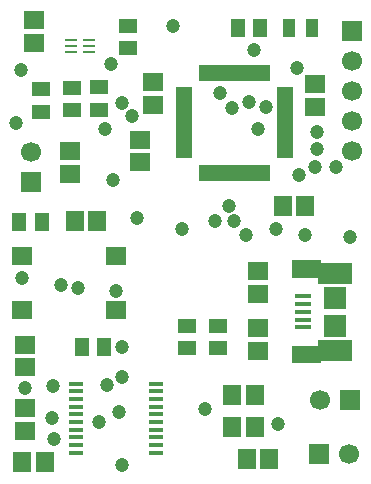
<source format=gts>
G04 Layer_Color=8388736*
%FSLAX43Y43*%
%MOMM*%
G71*
G01*
G75*
%ADD13R,0.100X0.100*%
%ADD14R,1.350X0.400*%
%ADD15R,1.900X1.900*%
%ADD21R,1.118X0.254*%
%ADD22R,1.250X0.420*%
%ADD29C,0.350*%
%ADD30C,0.500*%
%ADD46R,1.700X1.500*%
%ADD47R,1.500X1.700*%
%ADD48R,1.100X1.500*%
%ADD49R,1.597X1.216*%
%ADD50R,1.216X1.597*%
%ADD51R,1.750X1.500*%
%ADD52R,0.505X1.394*%
%ADD53R,1.394X0.505*%
%ADD54C,1.700*%
%ADD55R,1.700X1.700*%
%ADD56R,1.700X1.700*%
%ADD57C,1.200*%
G36*
X29445Y10336D02*
X26849D01*
Y10132D01*
X24350D01*
Y11635D01*
X26560D01*
Y12150D01*
X29445D01*
Y10336D01*
D02*
G37*
G36*
X26848Y18650D02*
X29443D01*
Y16856D01*
X26560D01*
Y17371D01*
X24350D01*
Y18865D01*
X26848D01*
Y18650D01*
D02*
G37*
D13*
X24631Y18115D02*
D03*
Y10885D02*
D03*
X26920Y17750D02*
D03*
Y11250D02*
D03*
D14*
X25325Y15150D02*
D03*
Y14500D02*
D03*
Y13850D02*
D03*
Y13200D02*
D03*
Y15800D02*
D03*
D15*
X28000Y15700D02*
D03*
Y13300D02*
D03*
D21*
X7156Y36476D02*
D03*
Y36984D02*
D03*
Y37492D02*
D03*
X5683D02*
D03*
Y36984D02*
D03*
Y36476D02*
D03*
D22*
X6125Y2575D02*
D03*
Y3225D02*
D03*
Y3875D02*
D03*
Y4525D02*
D03*
Y5175D02*
D03*
Y5825D02*
D03*
Y6475D02*
D03*
Y7125D02*
D03*
Y7775D02*
D03*
Y8425D02*
D03*
X12875D02*
D03*
Y7775D02*
D03*
Y7125D02*
D03*
Y6475D02*
D03*
Y5825D02*
D03*
Y5175D02*
D03*
Y4525D02*
D03*
Y3875D02*
D03*
Y3225D02*
D03*
Y2575D02*
D03*
D29*
X25600Y18150D02*
D03*
Y10850D02*
D03*
D30*
X28000Y17750D02*
D03*
Y11250D02*
D03*
D46*
X21500Y16050D02*
D03*
Y17950D02*
D03*
Y13107D02*
D03*
Y11207D02*
D03*
X11500Y27152D02*
D03*
Y29052D02*
D03*
X26294Y33750D02*
D03*
Y31850D02*
D03*
X12599Y33950D02*
D03*
Y32050D02*
D03*
X2500Y39200D02*
D03*
Y37300D02*
D03*
X5581Y28102D02*
D03*
Y26202D02*
D03*
X1771Y6350D02*
D03*
Y4450D02*
D03*
Y9829D02*
D03*
Y11729D02*
D03*
D47*
X21202Y7500D02*
D03*
X19302D02*
D03*
X21202Y4750D02*
D03*
X19302D02*
D03*
X20550Y2000D02*
D03*
X22450D02*
D03*
X25498Y23500D02*
D03*
X23598D02*
D03*
X5974Y22176D02*
D03*
X7874D02*
D03*
X3450Y1750D02*
D03*
X1550D02*
D03*
D48*
X26050Y38500D02*
D03*
X24150D02*
D03*
D49*
X5719Y33440D02*
D03*
Y31560D02*
D03*
X10493Y36810D02*
D03*
Y38690D02*
D03*
X8008Y33501D02*
D03*
Y31621D02*
D03*
X3094Y31460D02*
D03*
Y33340D02*
D03*
X15500Y13288D02*
D03*
Y11408D02*
D03*
X18086Y13288D02*
D03*
Y11408D02*
D03*
D50*
X1299Y22135D02*
D03*
X3178D02*
D03*
X6560Y11505D02*
D03*
X8440D02*
D03*
X19810Y38500D02*
D03*
X21690D02*
D03*
D51*
X1497Y19185D02*
D03*
X9447D02*
D03*
X1497Y14685D02*
D03*
X9447D02*
D03*
D52*
X16750Y34750D02*
D03*
X17250D02*
D03*
X17750D02*
D03*
X18250D02*
D03*
X18750D02*
D03*
X19250D02*
D03*
X19750D02*
D03*
X20250D02*
D03*
X20750D02*
D03*
X21250D02*
D03*
X21750D02*
D03*
X22250D02*
D03*
Y26250D02*
D03*
X21750D02*
D03*
X21250D02*
D03*
X20750D02*
D03*
X20250D02*
D03*
X19750D02*
D03*
X19250D02*
D03*
X18750D02*
D03*
X18250D02*
D03*
X17750D02*
D03*
X17250D02*
D03*
X16750D02*
D03*
D53*
X23750Y33250D02*
D03*
Y32750D02*
D03*
Y32250D02*
D03*
Y31750D02*
D03*
Y31250D02*
D03*
Y30750D02*
D03*
Y30250D02*
D03*
Y29750D02*
D03*
Y29250D02*
D03*
Y28750D02*
D03*
Y28250D02*
D03*
Y27750D02*
D03*
X15250D02*
D03*
Y28250D02*
D03*
Y28750D02*
D03*
Y29250D02*
D03*
Y29750D02*
D03*
Y30250D02*
D03*
Y30750D02*
D03*
Y31250D02*
D03*
Y31750D02*
D03*
Y32250D02*
D03*
Y32750D02*
D03*
Y33250D02*
D03*
D54*
X29220Y2500D02*
D03*
X2239Y28000D02*
D03*
X29450Y35750D02*
D03*
Y33210D02*
D03*
Y30670D02*
D03*
Y28130D02*
D03*
X26751Y7000D02*
D03*
D55*
X26680Y2500D02*
D03*
X29291Y7000D02*
D03*
D56*
X2239Y25460D02*
D03*
X29450Y38290D02*
D03*
D57*
X23150Y5000D02*
D03*
X10000Y9000D02*
D03*
X1771Y8090D02*
D03*
X4178Y8206D02*
D03*
X10000Y32209D02*
D03*
X8019Y5175D02*
D03*
X1500Y17371D02*
D03*
X9012Y35500D02*
D03*
X10000Y11487D02*
D03*
X22160Y31830D02*
D03*
X19302Y31750D02*
D03*
X1434Y35000D02*
D03*
X6250Y16504D02*
D03*
X4850Y16750D02*
D03*
X999Y30500D02*
D03*
X28070Y26750D02*
D03*
X10855Y31060D02*
D03*
X20750Y32250D02*
D03*
X21500Y30000D02*
D03*
X8750Y8305D02*
D03*
X9447Y16250D02*
D03*
X29291Y20818D02*
D03*
X23000Y21545D02*
D03*
X17000Y6250D02*
D03*
X15025Y21545D02*
D03*
X9250Y25690D02*
D03*
X11250Y22484D02*
D03*
X14296Y38690D02*
D03*
X24759Y35124D02*
D03*
X25498Y20984D02*
D03*
X4241Y3734D02*
D03*
X4049Y5500D02*
D03*
X10000Y1500D02*
D03*
X9750Y6000D02*
D03*
X8500Y30007D02*
D03*
X20498Y21000D02*
D03*
X19500Y22176D02*
D03*
X19000Y23500D02*
D03*
X17825Y22156D02*
D03*
X18257Y33000D02*
D03*
X21182Y36683D02*
D03*
X24960Y26110D02*
D03*
X26342Y26779D02*
D03*
X26500Y28250D02*
D03*
X26531Y29750D02*
D03*
M02*

</source>
